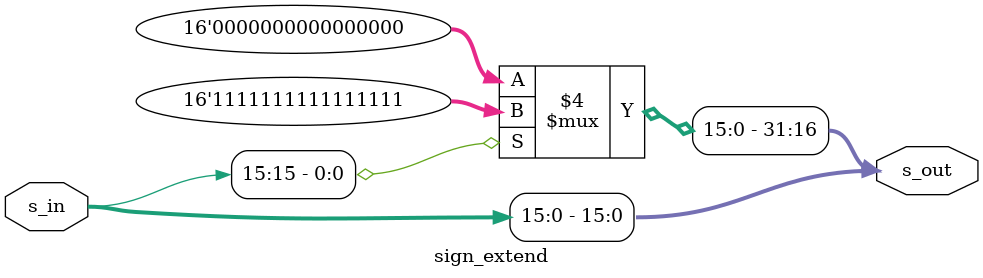
<source format=v>
module sign_extend(s_in, s_out);
	input [15:0] s_in;
	output reg [31:0] s_out;
 
 always @(s_in)
	begin
		if(s_in[15]==1) begin
			s_out[31:16]=16'b1111111111111111;
		end else begin
			s_out[31:16]=16'b0000000000000000;
		end
		s_out[15:0]=s_in[15:0];
   end
endmodule
</source>
